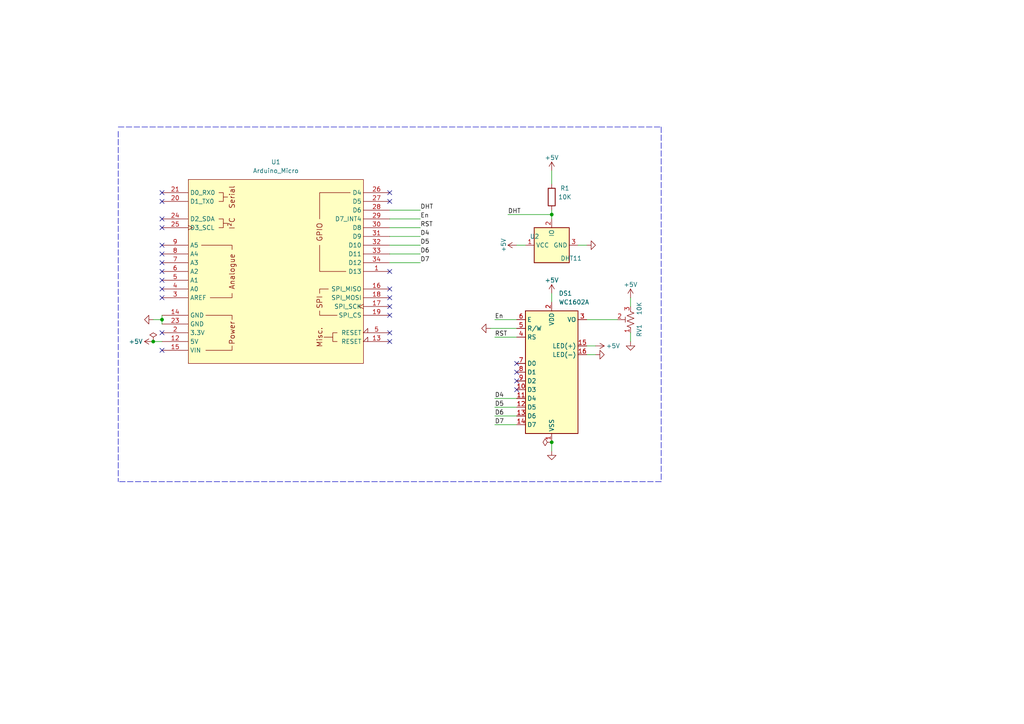
<source format=kicad_sch>
(kicad_sch (version 20211123) (generator eeschema)

  (uuid 01d83ff7-dee6-45f3-9c9d-e4f90f28d3e6)

  (paper "A4")

  (lib_symbols
    (symbol "Device:R" (pin_numbers hide) (pin_names (offset 0)) (in_bom yes) (on_board yes)
      (property "Reference" "R" (id 0) (at 2.032 0 90)
        (effects (font (size 1.27 1.27)))
      )
      (property "Value" "R" (id 1) (at 0 0 90)
        (effects (font (size 1.27 1.27)))
      )
      (property "Footprint" "" (id 2) (at -1.778 0 90)
        (effects (font (size 1.27 1.27)) hide)
      )
      (property "Datasheet" "~" (id 3) (at 0 0 0)
        (effects (font (size 1.27 1.27)) hide)
      )
      (property "ki_keywords" "R res resistor" (id 4) (at 0 0 0)
        (effects (font (size 1.27 1.27)) hide)
      )
      (property "ki_description" "Resistor" (id 5) (at 0 0 0)
        (effects (font (size 1.27 1.27)) hide)
      )
      (property "ki_fp_filters" "R_*" (id 6) (at 0 0 0)
        (effects (font (size 1.27 1.27)) hide)
      )
      (symbol "R_0_1"
        (rectangle (start -1.016 -2.54) (end 1.016 2.54)
          (stroke (width 0.254) (type default) (color 0 0 0 0))
          (fill (type none))
        )
      )
      (symbol "R_1_1"
        (pin passive line (at 0 3.81 270) (length 1.27)
          (name "~" (effects (font (size 1.27 1.27))))
          (number "1" (effects (font (size 1.27 1.27))))
        )
        (pin passive line (at 0 -3.81 90) (length 1.27)
          (name "~" (effects (font (size 1.27 1.27))))
          (number "2" (effects (font (size 1.27 1.27))))
        )
      )
    )
    (symbol "Device:R_Potentiometer_Trim_US" (pin_names (offset 1.016) hide) (in_bom yes) (on_board yes)
      (property "Reference" "RV" (id 0) (at -4.445 0 90)
        (effects (font (size 1.27 1.27)))
      )
      (property "Value" "R_Potentiometer_Trim_US" (id 1) (at -2.54 0 90)
        (effects (font (size 1.27 1.27)))
      )
      (property "Footprint" "" (id 2) (at 0 0 0)
        (effects (font (size 1.27 1.27)) hide)
      )
      (property "Datasheet" "~" (id 3) (at 0 0 0)
        (effects (font (size 1.27 1.27)) hide)
      )
      (property "ki_keywords" "resistor variable trimpot trimmer" (id 4) (at 0 0 0)
        (effects (font (size 1.27 1.27)) hide)
      )
      (property "ki_description" "Trim-potentiometer, US symbol" (id 5) (at 0 0 0)
        (effects (font (size 1.27 1.27)) hide)
      )
      (property "ki_fp_filters" "Potentiometer*" (id 6) (at 0 0 0)
        (effects (font (size 1.27 1.27)) hide)
      )
      (symbol "R_Potentiometer_Trim_US_0_1"
        (polyline
          (pts
            (xy 0 -2.286)
            (xy 0 -2.54)
          )
          (stroke (width 0) (type default) (color 0 0 0 0))
          (fill (type none))
        )
        (polyline
          (pts
            (xy 0 2.286)
            (xy 0 2.54)
          )
          (stroke (width 0) (type default) (color 0 0 0 0))
          (fill (type none))
        )
        (polyline
          (pts
            (xy 1.524 0.762)
            (xy 1.524 -0.762)
          )
          (stroke (width 0) (type default) (color 0 0 0 0))
          (fill (type none))
        )
        (polyline
          (pts
            (xy 2.54 0)
            (xy 1.524 0)
          )
          (stroke (width 0) (type default) (color 0 0 0 0))
          (fill (type none))
        )
        (polyline
          (pts
            (xy 0 -0.762)
            (xy 1.016 -1.143)
            (xy 0 -1.524)
            (xy -1.016 -1.905)
            (xy 0 -2.286)
          )
          (stroke (width 0) (type default) (color 0 0 0 0))
          (fill (type none))
        )
        (polyline
          (pts
            (xy 0 0.762)
            (xy 1.016 0.381)
            (xy 0 0)
            (xy -1.016 -0.381)
            (xy 0 -0.762)
          )
          (stroke (width 0) (type default) (color 0 0 0 0))
          (fill (type none))
        )
        (polyline
          (pts
            (xy 0 2.286)
            (xy 1.016 1.905)
            (xy 0 1.524)
            (xy -1.016 1.143)
            (xy 0 0.762)
          )
          (stroke (width 0) (type default) (color 0 0 0 0))
          (fill (type none))
        )
      )
      (symbol "R_Potentiometer_Trim_US_1_1"
        (pin passive line (at 0 3.81 270) (length 1.27)
          (name "1" (effects (font (size 1.27 1.27))))
          (number "1" (effects (font (size 1.27 1.27))))
        )
        (pin passive line (at 3.81 0 180) (length 1.27)
          (name "2" (effects (font (size 1.27 1.27))))
          (number "2" (effects (font (size 1.27 1.27))))
        )
        (pin passive line (at 0 -3.81 90) (length 1.27)
          (name "3" (effects (font (size 1.27 1.27))))
          (number "3" (effects (font (size 1.27 1.27))))
        )
      )
    )
    (symbol "Display_Character:WC1602A" (in_bom yes) (on_board yes)
      (property "Reference" "DS" (id 0) (at -5.842 19.05 0)
        (effects (font (size 1.27 1.27)))
      )
      (property "Value" "WC1602A" (id 1) (at 5.334 19.05 0)
        (effects (font (size 1.27 1.27)))
      )
      (property "Footprint" "Display:WC1602A" (id 2) (at 0 -22.86 0)
        (effects (font (size 1.27 1.27) italic) hide)
      )
      (property "Datasheet" "http://www.wincomlcd.com/pdf/WC1602A-SFYLYHTC06.pdf" (id 3) (at 17.78 0 0)
        (effects (font (size 1.27 1.27)) hide)
      )
      (property "ki_keywords" "display LCD dot-matrix" (id 4) (at 0 0 0)
        (effects (font (size 1.27 1.27)) hide)
      )
      (property "ki_description" "LCD 16x2 Alphanumeric , 8 bit parallel bus, 5V VDD" (id 5) (at 0 0 0)
        (effects (font (size 1.27 1.27)) hide)
      )
      (property "ki_fp_filters" "*WC*1602A*" (id 6) (at 0 0 0)
        (effects (font (size 1.27 1.27)) hide)
      )
      (symbol "WC1602A_1_1"
        (rectangle (start -7.62 17.78) (end 7.62 -17.78)
          (stroke (width 0.254) (type default) (color 0 0 0 0))
          (fill (type background))
        )
        (pin power_in line (at 0 -20.32 90) (length 2.54)
          (name "VSS" (effects (font (size 1.27 1.27))))
          (number "1" (effects (font (size 1.27 1.27))))
        )
        (pin input line (at -10.16 -5.08 0) (length 2.54)
          (name "D3" (effects (font (size 1.27 1.27))))
          (number "10" (effects (font (size 1.27 1.27))))
        )
        (pin input line (at -10.16 -7.62 0) (length 2.54)
          (name "D4" (effects (font (size 1.27 1.27))))
          (number "11" (effects (font (size 1.27 1.27))))
        )
        (pin input line (at -10.16 -10.16 0) (length 2.54)
          (name "D5" (effects (font (size 1.27 1.27))))
          (number "12" (effects (font (size 1.27 1.27))))
        )
        (pin input line (at -10.16 -12.7 0) (length 2.54)
          (name "D6" (effects (font (size 1.27 1.27))))
          (number "13" (effects (font (size 1.27 1.27))))
        )
        (pin input line (at -10.16 -15.24 0) (length 2.54)
          (name "D7" (effects (font (size 1.27 1.27))))
          (number "14" (effects (font (size 1.27 1.27))))
        )
        (pin power_in line (at 10.16 7.62 180) (length 2.54)
          (name "LED(+)" (effects (font (size 1.27 1.27))))
          (number "15" (effects (font (size 1.27 1.27))))
        )
        (pin power_in line (at 10.16 5.08 180) (length 2.54)
          (name "LED(-)" (effects (font (size 1.27 1.27))))
          (number "16" (effects (font (size 1.27 1.27))))
        )
        (pin power_in line (at 0 20.32 270) (length 2.54)
          (name "VDD" (effects (font (size 1.27 1.27))))
          (number "2" (effects (font (size 1.27 1.27))))
        )
        (pin input line (at 10.16 15.24 180) (length 2.54)
          (name "VO" (effects (font (size 1.27 1.27))))
          (number "3" (effects (font (size 1.27 1.27))))
        )
        (pin input line (at -10.16 10.16 0) (length 2.54)
          (name "RS" (effects (font (size 1.27 1.27))))
          (number "4" (effects (font (size 1.27 1.27))))
        )
        (pin input line (at -10.16 12.7 0) (length 2.54)
          (name "R/W" (effects (font (size 1.27 1.27))))
          (number "5" (effects (font (size 1.27 1.27))))
        )
        (pin input line (at -10.16 15.24 0) (length 2.54)
          (name "E" (effects (font (size 1.27 1.27))))
          (number "6" (effects (font (size 1.27 1.27))))
        )
        (pin input line (at -10.16 2.54 0) (length 2.54)
          (name "D0" (effects (font (size 1.27 1.27))))
          (number "7" (effects (font (size 1.27 1.27))))
        )
        (pin input line (at -10.16 0 0) (length 2.54)
          (name "D1" (effects (font (size 1.27 1.27))))
          (number "8" (effects (font (size 1.27 1.27))))
        )
        (pin input line (at -10.16 -2.54 0) (length 2.54)
          (name "D2" (effects (font (size 1.27 1.27))))
          (number "9" (effects (font (size 1.27 1.27))))
        )
      )
    )
    (symbol "MyLib:Arduino_Micro" (in_bom yes) (on_board yes)
      (property "Reference" "U" (id 0) (at 0 0 0)
        (effects (font (size 1.27 1.27)))
      )
      (property "Value" "Arduino_Micro" (id 1) (at 31.75 54.61 0)
        (effects (font (size 1.27 1.27)))
      )
      (property "Footprint" "" (id 2) (at 0 0 0)
        (effects (font (size 1.27 1.27)) hide)
      )
      (property "Datasheet" "" (id 3) (at 0 0 0)
        (effects (font (size 1.27 1.27)) hide)
      )
      (symbol "Arduino_Micro_0_0"
        (polyline
          (pts
            (xy 16.51 38.1)
            (xy 17.78 38.1)
          )
          (stroke (width 0) (type default) (color 0 0 0 0))
          (fill (type none))
        )
        (polyline
          (pts
            (xy 16.51 45.72)
            (xy 17.78 45.72)
          )
          (stroke (width 0) (type default) (color 0 0 0 0))
          (fill (type none))
        )
        (polyline
          (pts
            (xy 48.26 5.08)
            (xy 45.72 5.08)
          )
          (stroke (width 0) (type default) (color 0 0 0 0))
          (fill (type none))
        )
        (polyline
          (pts
            (xy 11.43 1.27)
            (xy 19.05 1.27)
            (xy 19.05 2.54)
          )
          (stroke (width 0) (type default) (color 0 0 0 0))
          (fill (type none))
        )
        (polyline
          (pts
            (xy 19.05 10.16)
            (xy 19.05 11.43)
            (xy 11.43 11.43)
          )
          (stroke (width 0) (type default) (color 0 0 0 0))
          (fill (type none))
        )
        (polyline
          (pts
            (xy 19.05 17.78)
            (xy 19.05 16.51)
            (xy 12.7 16.51)
          )
          (stroke (width 0) (type default) (color 0 0 0 0))
          (fill (type none))
        )
        (polyline
          (pts
            (xy 19.05 30.48)
            (xy 19.05 31.75)
            (xy 10.16 31.75)
          )
          (stroke (width 0) (type default) (color 0 0 0 0))
          (fill (type none))
        )
        (polyline
          (pts
            (xy 44.45 12.7)
            (xy 44.45 11.43)
            (xy 49.53 11.43)
          )
          (stroke (width 0) (type default) (color 0 0 0 0))
          (fill (type none))
        )
        (polyline
          (pts
            (xy 44.45 31.75)
            (xy 44.45 24.13)
            (xy 52.07 24.13)
          )
          (stroke (width 0) (type default) (color 0 0 0 0))
          (fill (type none))
        )
        (polyline
          (pts
            (xy 46.99 19.05)
            (xy 44.45 19.05)
            (xy 44.45 17.78)
          )
          (stroke (width 0) (type default) (color 0 0 0 0))
          (fill (type none))
        )
        (polyline
          (pts
            (xy 53.34 46.99)
            (xy 44.45 46.99)
            (xy 44.45 39.37)
          )
          (stroke (width 0) (type default) (color 0 0 0 0))
          (fill (type none))
        )
        (polyline
          (pts
            (xy 15.24 39.37)
            (xy 16.51 39.37)
            (xy 16.51 36.83)
            (xy 15.24 36.83)
          )
          (stroke (width 0) (type default) (color 0 0 0 0))
          (fill (type none))
        )
        (polyline
          (pts
            (xy 15.24 46.99)
            (xy 16.51 46.99)
            (xy 16.51 44.45)
            (xy 15.24 44.45)
          )
          (stroke (width 0) (type default) (color 0 0 0 0))
          (fill (type none))
        )
        (rectangle (start 6.35 50.8) (end 57.15 -2.54)
          (stroke (width 0) (type default) (color 0 0 0 0))
          (fill (type background))
        )
        (text "Analogue" (at 19.05 24.13 900)
          (effects (font (size 1.524 1.524)))
        )
        (text "I²C" (at 19.05 38.1 900)
          (effects (font (size 1.524 1.524)))
        )
        (text "Misc." (at 44.45 5.08 900)
          (effects (font (size 1.524 1.524)))
        )
        (text "Power" (at 19.05 6.35 900)
          (effects (font (size 1.524 1.524)))
        )
        (text "Serial" (at 19.05 45.72 900)
          (effects (font (size 1.524 1.524)))
        )
        (text "SPI" (at 44.45 15.24 900)
          (effects (font (size 1.524 1.524)))
        )
      )
      (symbol "Arduino_Micro_0_1"
        (polyline
          (pts
            (xy 49.53 6.35)
            (xy 48.26 6.35)
            (xy 48.26 3.81)
            (xy 49.53 3.81)
          )
          (stroke (width 0) (type default) (color 0 0 0 0))
          (fill (type none))
        )
      )
      (symbol "Arduino_Micro_1_0"
        (text "GPIO" (at 44.45 35.56 900)
          (effects (font (size 1.524 1.524)))
        )
      )
      (symbol "Arduino_Micro_1_1"
        (pin bidirectional line (at 64.77 24.13 180) (length 7.62)
          (name "D13" (effects (font (size 1.27 1.27))))
          (number "1" (effects (font (size 1.27 1.27))))
        )
        (pin power_in line (at -1.27 3.81 0) (length 7.62)
          (name "5V" (effects (font (size 1.27 1.27))))
          (number "12" (effects (font (size 1.27 1.27))))
        )
        (pin open_collector input_low (at 64.77 3.81 180) (length 7.62)
          (name "RESET" (effects (font (size 1.27 1.27))))
          (number "13" (effects (font (size 1.27 1.27))))
        )
        (pin power_in line (at -1.27 11.43 0) (length 7.62)
          (name "GND" (effects (font (size 1.27 1.27))))
          (number "14" (effects (font (size 1.27 1.27))))
        )
        (pin power_in line (at -1.27 1.27 0) (length 7.62)
          (name "VIN" (effects (font (size 1.27 1.27))))
          (number "15" (effects (font (size 1.27 1.27))))
        )
        (pin input line (at 64.77 19.05 180) (length 7.62)
          (name "SPI_MISO" (effects (font (size 1.27 1.27))))
          (number "16" (effects (font (size 1.27 1.27))))
        )
        (pin output clock (at 64.77 13.97 180) (length 7.62)
          (name "SPI_SCK" (effects (font (size 1.27 1.27))))
          (number "17" (effects (font (size 1.27 1.27))))
        )
        (pin output line (at 64.77 16.51 180) (length 7.62)
          (name "SPI_MOSI" (effects (font (size 1.27 1.27))))
          (number "18" (effects (font (size 1.27 1.27))))
        )
        (pin bidirectional line (at 64.77 11.43 180) (length 7.62)
          (name "SPI_CS" (effects (font (size 1.27 1.27))))
          (number "19" (effects (font (size 1.27 1.27))))
        )
        (pin power_in line (at -1.27 6.35 0) (length 7.62)
          (name "3.3V" (effects (font (size 1.27 1.27))))
          (number "2" (effects (font (size 1.27 1.27))))
        )
        (pin bidirectional line (at -1.27 44.45 0) (length 7.62)
          (name "D1_TX0" (effects (font (size 1.27 1.27))))
          (number "20" (effects (font (size 1.27 1.27))))
        )
        (pin bidirectional line (at -1.27 46.99 0) (length 7.62)
          (name "D0_RX0" (effects (font (size 1.27 1.27))))
          (number "21" (effects (font (size 1.27 1.27))))
        )
        (pin power_in line (at -1.27 8.89 0) (length 7.62)
          (name "GND" (effects (font (size 1.27 1.27))))
          (number "23" (effects (font (size 1.27 1.27))))
        )
        (pin bidirectional line (at -1.27 39.37 0) (length 7.62)
          (name "D2_SDA" (effects (font (size 1.27 1.27))))
          (number "24" (effects (font (size 1.27 1.27))))
        )
        (pin bidirectional clock (at -1.27 36.83 0) (length 7.62)
          (name "D3_SCL" (effects (font (size 1.27 1.27))))
          (number "25" (effects (font (size 1.27 1.27))))
        )
        (pin bidirectional line (at 64.77 46.99 180) (length 7.62)
          (name "D4" (effects (font (size 1.27 1.27))))
          (number "26" (effects (font (size 1.27 1.27))))
        )
        (pin bidirectional line (at 64.77 44.45 180) (length 7.62)
          (name "D5" (effects (font (size 1.27 1.27))))
          (number "27" (effects (font (size 1.27 1.27))))
        )
        (pin bidirectional line (at 64.77 41.91 180) (length 7.62)
          (name "D6" (effects (font (size 1.27 1.27))))
          (number "28" (effects (font (size 1.27 1.27))))
        )
        (pin bidirectional line (at 64.77 39.37 180) (length 7.62)
          (name "D7_INT4" (effects (font (size 1.27 1.27))))
          (number "29" (effects (font (size 1.27 1.27))))
        )
        (pin input line (at -1.27 16.51 0) (length 7.62)
          (name "AREF" (effects (font (size 1.27 1.27))))
          (number "3" (effects (font (size 1.27 1.27))))
        )
        (pin bidirectional line (at 64.77 36.83 180) (length 7.62)
          (name "D8" (effects (font (size 1.27 1.27))))
          (number "30" (effects (font (size 1.27 1.27))))
        )
        (pin bidirectional line (at 64.77 34.29 180) (length 7.62)
          (name "D9" (effects (font (size 1.27 1.27))))
          (number "31" (effects (font (size 1.27 1.27))))
        )
        (pin bidirectional line (at 64.77 31.75 180) (length 7.62)
          (name "D10" (effects (font (size 1.27 1.27))))
          (number "32" (effects (font (size 1.27 1.27))))
        )
        (pin bidirectional line (at 64.77 29.21 180) (length 7.62)
          (name "D11" (effects (font (size 1.27 1.27))))
          (number "33" (effects (font (size 1.27 1.27))))
        )
        (pin bidirectional line (at 64.77 26.67 180) (length 7.62)
          (name "D12" (effects (font (size 1.27 1.27))))
          (number "34" (effects (font (size 1.27 1.27))))
        )
        (pin bidirectional line (at -1.27 19.05 0) (length 7.62)
          (name "A0" (effects (font (size 1.27 1.27))))
          (number "4" (effects (font (size 1.27 1.27))))
        )
        (pin bidirectional line (at -1.27 21.59 0) (length 7.62)
          (name "A1" (effects (font (size 1.27 1.27))))
          (number "5" (effects (font (size 1.27 1.27))))
        )
        (pin open_collector input_low (at 64.77 6.35 180) (length 7.62)
          (name "RESET" (effects (font (size 1.27 1.27))))
          (number "5" (effects (font (size 1.27 1.27))))
        )
        (pin bidirectional line (at -1.27 24.13 0) (length 7.62)
          (name "A2" (effects (font (size 1.27 1.27))))
          (number "6" (effects (font (size 1.27 1.27))))
        )
        (pin bidirectional line (at -1.27 26.67 0) (length 7.62)
          (name "A3" (effects (font (size 1.27 1.27))))
          (number "7" (effects (font (size 1.27 1.27))))
        )
        (pin bidirectional line (at -1.27 29.21 0) (length 7.62)
          (name "A4" (effects (font (size 1.27 1.27))))
          (number "8" (effects (font (size 1.27 1.27))))
        )
        (pin bidirectional line (at -1.27 31.75 0) (length 7.62)
          (name "A5" (effects (font (size 1.27 1.27))))
          (number "9" (effects (font (size 1.27 1.27))))
        )
      )
    )
    (symbol "Sensor:DHT11" (in_bom yes) (on_board yes)
      (property "Reference" "U2" (id 0) (at 2.54 6.35 90)
        (effects (font (size 1.27 1.27)) (justify right))
      )
      (property "Value" "DHT11" (id 1) (at -3.81 -2.54 90)
        (effects (font (size 1.27 1.27)) (justify right))
      )
      (property "Footprint" "Connector_PinHeader_2.54mm:PinHeader_1x03_P2.54mm_Vertical" (id 2) (at 10.16 0 0)
        (effects (font (size 1.27 1.27)) hide)
      )
      (property "Datasheet" "http://akizukidenshi.com/download/ds/aosong/DHT11.pdf" (id 3) (at -6.35 3.81 0)
        (effects (font (size 1.27 1.27)) hide)
      )
      (property "ki_keywords" "Digital temperature humidity sensor" (id 4) (at 0 0 0)
        (effects (font (size 1.27 1.27)) hide)
      )
      (property "ki_description" "Temperature and humidity module" (id 5) (at 0 0 0)
        (effects (font (size 1.27 1.27)) hide)
      )
      (property "ki_fp_filters" "Aosong*DHT11*5.5x12.0*P2.54mm*" (id 6) (at 0 0 0)
        (effects (font (size 1.27 1.27)) hide)
      )
      (symbol "DHT11_0_1"
        (rectangle (start -5.08 5.08) (end 5.08 -5.08)
          (stroke (width 0.254) (type default) (color 0 0 0 0))
          (fill (type background))
        )
      )
      (symbol "DHT11_1_1"
        (pin power_in line (at 0 7.62 270) (length 2.54)
          (name "VCC" (effects (font (size 1.27 1.27))))
          (number "1" (effects (font (size 1.27 1.27))))
        )
        (pin bidirectional line (at 7.62 0 180) (length 2.54)
          (name "IO" (effects (font (size 1.27 1.27))))
          (number "2" (effects (font (size 1.27 1.27))))
        )
        (pin power_in line (at 0 -7.62 90) (length 2.54)
          (name "GND" (effects (font (size 1.27 1.27))))
          (number "3" (effects (font (size 1.27 1.27))))
        )
        (pin no_connect line (at -5.08 0 0) (length 2.54) hide
          (name "NC" (effects (font (size 1.27 1.27))))
          (number "3" (effects (font (size 1.27 1.27))))
        )
      )
    )
    (symbol "power:+5V" (power) (pin_names (offset 0)) (in_bom yes) (on_board yes)
      (property "Reference" "#PWR" (id 0) (at 0 -3.81 0)
        (effects (font (size 1.27 1.27)) hide)
      )
      (property "Value" "+5V" (id 1) (at 0 3.556 0)
        (effects (font (size 1.27 1.27)))
      )
      (property "Footprint" "" (id 2) (at 0 0 0)
        (effects (font (size 1.27 1.27)) hide)
      )
      (property "Datasheet" "" (id 3) (at 0 0 0)
        (effects (font (size 1.27 1.27)) hide)
      )
      (property "ki_keywords" "power-flag" (id 4) (at 0 0 0)
        (effects (font (size 1.27 1.27)) hide)
      )
      (property "ki_description" "Power symbol creates a global label with name \"+5V\"" (id 5) (at 0 0 0)
        (effects (font (size 1.27 1.27)) hide)
      )
      (symbol "+5V_0_1"
        (polyline
          (pts
            (xy -0.762 1.27)
            (xy 0 2.54)
          )
          (stroke (width 0) (type default) (color 0 0 0 0))
          (fill (type none))
        )
        (polyline
          (pts
            (xy 0 0)
            (xy 0 2.54)
          )
          (stroke (width 0) (type default) (color 0 0 0 0))
          (fill (type none))
        )
        (polyline
          (pts
            (xy 0 2.54)
            (xy 0.762 1.27)
          )
          (stroke (width 0) (type default) (color 0 0 0 0))
          (fill (type none))
        )
      )
      (symbol "+5V_1_1"
        (pin power_in line (at 0 0 90) (length 0) hide
          (name "+5V" (effects (font (size 1.27 1.27))))
          (number "1" (effects (font (size 1.27 1.27))))
        )
      )
    )
    (symbol "power:GND" (power) (pin_names (offset 0)) (in_bom yes) (on_board yes)
      (property "Reference" "#PWR" (id 0) (at 0 -6.35 0)
        (effects (font (size 1.27 1.27)) hide)
      )
      (property "Value" "GND" (id 1) (at 0 -3.81 0)
        (effects (font (size 1.27 1.27)))
      )
      (property "Footprint" "" (id 2) (at 0 0 0)
        (effects (font (size 1.27 1.27)) hide)
      )
      (property "Datasheet" "" (id 3) (at 0 0 0)
        (effects (font (size 1.27 1.27)) hide)
      )
      (property "ki_keywords" "power-flag" (id 4) (at 0 0 0)
        (effects (font (size 1.27 1.27)) hide)
      )
      (property "ki_description" "Power symbol creates a global label with name \"GND\" , ground" (id 5) (at 0 0 0)
        (effects (font (size 1.27 1.27)) hide)
      )
      (symbol "GND_0_1"
        (polyline
          (pts
            (xy 0 0)
            (xy 0 -1.27)
            (xy 1.27 -1.27)
            (xy 0 -2.54)
            (xy -1.27 -1.27)
            (xy 0 -1.27)
          )
          (stroke (width 0) (type default) (color 0 0 0 0))
          (fill (type none))
        )
      )
      (symbol "GND_1_1"
        (pin power_in line (at 0 0 270) (length 0) hide
          (name "GND" (effects (font (size 1.27 1.27))))
          (number "1" (effects (font (size 1.27 1.27))))
        )
      )
    )
    (symbol "power:PWR_FLAG" (power) (pin_numbers hide) (pin_names (offset 0) hide) (in_bom yes) (on_board yes)
      (property "Reference" "#FLG" (id 0) (at 0 1.905 0)
        (effects (font (size 1.27 1.27)) hide)
      )
      (property "Value" "PWR_FLAG" (id 1) (at 0 3.81 0)
        (effects (font (size 1.27 1.27)))
      )
      (property "Footprint" "" (id 2) (at 0 0 0)
        (effects (font (size 1.27 1.27)) hide)
      )
      (property "Datasheet" "~" (id 3) (at 0 0 0)
        (effects (font (size 1.27 1.27)) hide)
      )
      (property "ki_keywords" "power-flag" (id 4) (at 0 0 0)
        (effects (font (size 1.27 1.27)) hide)
      )
      (property "ki_description" "Special symbol for telling ERC where power comes from" (id 5) (at 0 0 0)
        (effects (font (size 1.27 1.27)) hide)
      )
      (symbol "PWR_FLAG_0_0"
        (pin power_out line (at 0 0 90) (length 0)
          (name "pwr" (effects (font (size 1.27 1.27))))
          (number "1" (effects (font (size 1.27 1.27))))
        )
      )
      (symbol "PWR_FLAG_0_1"
        (polyline
          (pts
            (xy 0 0)
            (xy 0 1.27)
            (xy -1.016 1.905)
            (xy 0 2.54)
            (xy 1.016 1.905)
            (xy 0 1.27)
          )
          (stroke (width 0) (type default) (color 0 0 0 0))
          (fill (type none))
        )
      )
    )
  )

  (junction (at 44.45 99.06) (diameter 0) (color 0 0 0 0)
    (uuid 799dcae6-8ddc-4747-a794-380ffa283fd7)
  )
  (junction (at 46.99 92.71) (diameter 0) (color 0 0 0 0)
    (uuid 8ccd6042-371d-4c76-9396-e290b6639542)
  )
  (junction (at 160.02 128.27) (diameter 0) (color 0 0 0 0)
    (uuid b32c48a9-ec0e-46d3-926b-90ff24226d7b)
  )
  (junction (at 160.02 62.23) (diameter 0) (color 0 0 0 0)
    (uuid d7cbb3ff-c85d-445c-8d01-abaf4d6c33f0)
  )

  (no_connect (at 149.86 105.41) (uuid 13c0ef7b-f77b-4a22-aa4d-846adf094dec))
  (no_connect (at 149.86 107.95) (uuid 13c0ef7b-f77b-4a22-aa4d-846adf094dec))
  (no_connect (at 149.86 110.49) (uuid 13c0ef7b-f77b-4a22-aa4d-846adf094dec))
  (no_connect (at 149.86 113.03) (uuid 13c0ef7b-f77b-4a22-aa4d-846adf094dec))
  (no_connect (at 46.99 73.66) (uuid 13c0ef7b-f77b-4a22-aa4d-846adf094dec))
  (no_connect (at 46.99 71.12) (uuid 13c0ef7b-f77b-4a22-aa4d-846adf094dec))
  (no_connect (at 46.99 63.5) (uuid 13c0ef7b-f77b-4a22-aa4d-846adf094dec))
  (no_connect (at 46.99 55.88) (uuid 13c0ef7b-f77b-4a22-aa4d-846adf094dec))
  (no_connect (at 46.99 78.74) (uuid 13c0ef7b-f77b-4a22-aa4d-846adf094dec))
  (no_connect (at 46.99 81.28) (uuid 13c0ef7b-f77b-4a22-aa4d-846adf094dec))
  (no_connect (at 46.99 86.36) (uuid 13c0ef7b-f77b-4a22-aa4d-846adf094dec))
  (no_connect (at 46.99 83.82) (uuid 13c0ef7b-f77b-4a22-aa4d-846adf094dec))
  (no_connect (at 113.03 86.36) (uuid 13c0ef7b-f77b-4a22-aa4d-846adf094dec))
  (no_connect (at 113.03 88.9) (uuid 13c0ef7b-f77b-4a22-aa4d-846adf094dec))
  (no_connect (at 113.03 99.06) (uuid 13c0ef7b-f77b-4a22-aa4d-846adf094dec))
  (no_connect (at 113.03 96.52) (uuid 13c0ef7b-f77b-4a22-aa4d-846adf094dec))
  (no_connect (at 113.03 91.44) (uuid 13c0ef7b-f77b-4a22-aa4d-846adf094dec))
  (no_connect (at 46.99 58.42) (uuid 13c0ef7b-f77b-4a22-aa4d-846adf094dec))
  (no_connect (at 46.99 96.52) (uuid 13c0ef7b-f77b-4a22-aa4d-846adf094dec))
  (no_connect (at 113.03 78.74) (uuid 13c0ef7b-f77b-4a22-aa4d-846adf094dec))
  (no_connect (at 113.03 83.82) (uuid 13c0ef7b-f77b-4a22-aa4d-846adf094dec))
  (no_connect (at 113.03 58.42) (uuid 13c0ef7b-f77b-4a22-aa4d-846adf094dec))
  (no_connect (at 113.03 55.88) (uuid 13c0ef7b-f77b-4a22-aa4d-846adf094dec))
  (no_connect (at 46.99 66.04) (uuid 13c0ef7b-f77b-4a22-aa4d-846adf094dec))
  (no_connect (at 46.99 76.2) (uuid 13c0ef7b-f77b-4a22-aa4d-846adf094dec))
  (no_connect (at 46.99 101.6) (uuid 2e909e34-a938-4863-bd3f-7905b84a5cb0))

  (wire (pts (xy 143.51 123.19) (xy 149.86 123.19))
    (stroke (width 0) (type default) (color 0 0 0 0))
    (uuid 01326ad1-343c-406d-a518-1993f07c45f9)
  )
  (wire (pts (xy 143.51 97.79) (xy 149.86 97.79))
    (stroke (width 0) (type default) (color 0 0 0 0))
    (uuid 12e19140-f894-4473-abb1-cafc86af7f68)
  )
  (wire (pts (xy 113.03 76.2) (xy 121.92 76.2))
    (stroke (width 0) (type default) (color 0 0 0 0))
    (uuid 18207d88-198b-4e39-8f48-17c0a79ef493)
  )
  (wire (pts (xy 167.64 71.12) (xy 170.18 71.12))
    (stroke (width 0) (type default) (color 0 0 0 0))
    (uuid 1a67258a-5fcd-4f15-99dd-e02e40a3af6a)
  )
  (wire (pts (xy 143.51 115.57) (xy 149.86 115.57))
    (stroke (width 0) (type default) (color 0 0 0 0))
    (uuid 1f4e82a7-d1e6-4d6e-8a34-f43fd7b8a54e)
  )
  (wire (pts (xy 143.51 120.65) (xy 149.86 120.65))
    (stroke (width 0) (type default) (color 0 0 0 0))
    (uuid 2e4ee61c-c101-435b-9095-d4d1c892e499)
  )
  (wire (pts (xy 182.88 96.52) (xy 182.88 99.06))
    (stroke (width 0) (type default) (color 0 0 0 0))
    (uuid 35d9a1d3-e1a9-4af7-8bea-d8ea06d54754)
  )
  (wire (pts (xy 46.99 91.44) (xy 46.99 92.71))
    (stroke (width 0) (type default) (color 0 0 0 0))
    (uuid 4cc60afd-b7ff-4a68-9cb3-be2061313272)
  )
  (wire (pts (xy 170.18 102.87) (xy 172.72 102.87))
    (stroke (width 0) (type default) (color 0 0 0 0))
    (uuid 4f503967-5760-44d0-98f7-f409a18103a9)
  )
  (polyline (pts (xy 34.29 36.83) (xy 191.77 36.83))
    (stroke (width 0) (type default) (color 0 0 0 0))
    (uuid 55256261-eae2-4c25-9e21-6ccb6f394bad)
  )

  (wire (pts (xy 143.51 118.11) (xy 149.86 118.11))
    (stroke (width 0) (type default) (color 0 0 0 0))
    (uuid 585e4f65-2399-4c88-92f1-3e6c28b62db1)
  )
  (polyline (pts (xy 191.77 139.7) (xy 34.29 139.7))
    (stroke (width 0) (type default) (color 0 0 0 0))
    (uuid 60e7b21b-5df0-4b60-bb5e-07fa3a819342)
  )

  (wire (pts (xy 182.88 86.36) (xy 182.88 88.9))
    (stroke (width 0) (type default) (color 0 0 0 0))
    (uuid 702b049e-3314-4c3a-a2bd-b9063584e722)
  )
  (wire (pts (xy 160.02 60.96) (xy 160.02 62.23))
    (stroke (width 0) (type default) (color 0 0 0 0))
    (uuid 72e364fe-0099-4b59-aff5-8b0456984860)
  )
  (wire (pts (xy 113.03 73.66) (xy 121.92 73.66))
    (stroke (width 0) (type default) (color 0 0 0 0))
    (uuid 73a18e97-0e7e-4cfe-bbea-eb0b179f26c6)
  )
  (wire (pts (xy 113.03 60.96) (xy 121.92 60.96))
    (stroke (width 0) (type default) (color 0 0 0 0))
    (uuid 90b6da44-a851-40f8-9eb0-b103a7fede97)
  )
  (wire (pts (xy 46.99 92.71) (xy 46.99 93.98))
    (stroke (width 0) (type default) (color 0 0 0 0))
    (uuid 94c52fcd-c63c-47f6-9f68-444bcb242860)
  )
  (wire (pts (xy 44.45 99.06) (xy 46.99 99.06))
    (stroke (width 0) (type default) (color 0 0 0 0))
    (uuid 963054c9-56b4-42c2-bc8d-4c22c0241dfd)
  )
  (wire (pts (xy 147.32 62.23) (xy 160.02 62.23))
    (stroke (width 0) (type default) (color 0 0 0 0))
    (uuid 9d43c344-974a-40f4-9863-7d2af8c29698)
  )
  (wire (pts (xy 160.02 49.53) (xy 160.02 53.34))
    (stroke (width 0) (type default) (color 0 0 0 0))
    (uuid a2b9af11-c3f2-4b6d-982d-b0ac76e857fe)
  )
  (wire (pts (xy 113.03 71.12) (xy 121.92 71.12))
    (stroke (width 0) (type default) (color 0 0 0 0))
    (uuid a3fb5a97-2bbd-4caa-89e1-11174e8298e9)
  )
  (wire (pts (xy 143.51 92.71) (xy 149.86 92.71))
    (stroke (width 0) (type default) (color 0 0 0 0))
    (uuid a94532df-5435-40c2-91aa-afcb16e19e83)
  )
  (polyline (pts (xy 191.77 36.83) (xy 191.77 139.7))
    (stroke (width 0) (type default) (color 0 0 0 0))
    (uuid a9acdf0a-3c9d-42e3-ba5d-69dbfa2b3ca0)
  )

  (wire (pts (xy 142.24 95.25) (xy 149.86 95.25))
    (stroke (width 0) (type default) (color 0 0 0 0))
    (uuid b6d44b24-b1c7-467c-a96d-18a7b3effeef)
  )
  (wire (pts (xy 113.03 63.5) (xy 121.92 63.5))
    (stroke (width 0) (type default) (color 0 0 0 0))
    (uuid c4d7fe7e-6d5c-4b76-b265-a2bc054d5ae4)
  )
  (wire (pts (xy 44.45 92.71) (xy 46.99 92.71))
    (stroke (width 0) (type default) (color 0 0 0 0))
    (uuid cfa00f42-58ee-4b31-a0ea-973dad5af3a3)
  )
  (wire (pts (xy 149.86 71.12) (xy 152.4 71.12))
    (stroke (width 0) (type default) (color 0 0 0 0))
    (uuid d79ad1df-fa62-4123-adde-beabd1be7442)
  )
  (wire (pts (xy 160.02 128.27) (xy 160.02 130.81))
    (stroke (width 0) (type default) (color 0 0 0 0))
    (uuid d85bc958-b62f-4496-805c-8d95114cc9c2)
  )
  (wire (pts (xy 113.03 66.04) (xy 121.92 66.04))
    (stroke (width 0) (type default) (color 0 0 0 0))
    (uuid e6601fc1-14f7-4dde-8513-5c75d5557a8d)
  )
  (wire (pts (xy 170.18 92.71) (xy 179.07 92.71))
    (stroke (width 0) (type default) (color 0 0 0 0))
    (uuid e985e00d-73b4-4562-b0ca-568dee1537af)
  )
  (wire (pts (xy 170.18 100.33) (xy 172.72 100.33))
    (stroke (width 0) (type default) (color 0 0 0 0))
    (uuid f4707a98-e3d2-41fe-8729-288460681928)
  )
  (polyline (pts (xy 34.29 38.1) (xy 34.29 139.7))
    (stroke (width 0) (type default) (color 0 0 0 0))
    (uuid f7f9dafc-1373-4fbb-aeb1-8fca16c4f4a7)
  )

  (wire (pts (xy 160.02 62.23) (xy 160.02 63.5))
    (stroke (width 0) (type default) (color 0 0 0 0))
    (uuid fb9fa9ce-39ac-44da-88f3-cd4cb4b7184f)
  )
  (wire (pts (xy 113.03 68.58) (xy 121.92 68.58))
    (stroke (width 0) (type default) (color 0 0 0 0))
    (uuid fc916244-51ec-49b2-afb6-63efd3e4dd5b)
  )
  (wire (pts (xy 160.02 85.09) (xy 160.02 87.63))
    (stroke (width 0) (type default) (color 0 0 0 0))
    (uuid fd165af4-db43-4268-a7c3-88d95ceac92d)
  )

  (label "D6" (at 121.92 73.66 0)
    (effects (font (size 1.27 1.27)) (justify left bottom))
    (uuid 009bbb7a-ef3c-4173-9aa1-e6b343abaf2e)
  )
  (label "D7" (at 121.92 76.2 0)
    (effects (font (size 1.27 1.27)) (justify left bottom))
    (uuid 065fdb6d-7e3c-43dd-b2d1-f76e5d412689)
  )
  (label "RST" (at 143.51 97.79 0)
    (effects (font (size 1.27 1.27)) (justify left bottom))
    (uuid 5cc60e45-e8cb-4ff9-aadf-4d44ee338be0)
  )
  (label "D5" (at 121.92 71.12 0)
    (effects (font (size 1.27 1.27)) (justify left bottom))
    (uuid 7b968b9b-69df-48e2-a872-fce611168888)
  )
  (label "D4" (at 143.51 115.57 0)
    (effects (font (size 1.27 1.27)) (justify left bottom))
    (uuid 83ad8964-e68f-45ea-831e-10bf62277147)
  )
  (label "En" (at 121.92 63.5 0)
    (effects (font (size 1.27 1.27)) (justify left bottom))
    (uuid 83fc3169-a221-4d5d-ad0f-b51f7c14a462)
  )
  (label "D4" (at 121.92 68.58 0)
    (effects (font (size 1.27 1.27)) (justify left bottom))
    (uuid a7373e27-8ec5-4a3c-90d0-4cab51d0603a)
  )
  (label "D5" (at 143.51 118.11 0)
    (effects (font (size 1.27 1.27)) (justify left bottom))
    (uuid a9430c79-8410-4b24-8a37-ffd116f1c8ca)
  )
  (label "D6" (at 143.51 120.65 0)
    (effects (font (size 1.27 1.27)) (justify left bottom))
    (uuid b09914fb-6606-4859-a291-bc15ae1a2b53)
  )
  (label "En" (at 143.51 92.71 0)
    (effects (font (size 1.27 1.27)) (justify left bottom))
    (uuid bc9c3c3f-01c1-4ba1-86fa-a346f5dd8c26)
  )
  (label "DHT" (at 121.92 60.96 0)
    (effects (font (size 1.27 1.27)) (justify left bottom))
    (uuid c10321d9-5915-4e4b-9ee8-dd01b7bd1afc)
  )
  (label "DHT" (at 147.32 62.23 0)
    (effects (font (size 1.27 1.27)) (justify left bottom))
    (uuid c20ced78-8394-41d4-8e4c-2deaaa82bdd6)
  )
  (label "D7" (at 143.51 123.19 0)
    (effects (font (size 1.27 1.27)) (justify left bottom))
    (uuid db18216a-c768-42b6-bec2-e3c21c6935a5)
  )
  (label "RST" (at 121.92 66.04 0)
    (effects (font (size 1.27 1.27)) (justify left bottom))
    (uuid fe1a1c5c-deca-4822-8d55-9ae830c08e44)
  )

  (symbol (lib_id "MyLib:Arduino_Micro") (at 48.26 102.87 0) (unit 1)
    (in_bom yes) (on_board yes) (fields_autoplaced)
    (uuid 158b3a18-d44a-4c98-bc59-d10a82015839)
    (property "Reference" "U1" (id 0) (at 80.01 46.99 0))
    (property "Value" "Arduino_Micro" (id 1) (at 80.01 49.53 0))
    (property "Footprint" "MyFootprints:ARDUINO_Micro" (id 2) (at 48.26 102.87 0)
      (effects (font (size 1.27 1.27)) hide)
    )
    (property "Datasheet" "" (id 3) (at 48.26 102.87 0)
      (effects (font (size 1.27 1.27)) hide)
    )
    (pin "1" (uuid ec88e8ae-9042-43be-a908-1097eaaa3fa6))
    (pin "12" (uuid 9ee11336-b953-49e6-8469-c27c1670df6f))
    (pin "13" (uuid 58c3a6d2-2fb4-4b69-8445-61d1f789d759))
    (pin "14" (uuid b28f0e3d-459f-49e7-b04c-8690e8028d08))
    (pin "15" (uuid 8ce3700e-2384-4c84-a54c-ff456c13847c))
    (pin "16" (uuid 70e24747-6304-4507-a6a4-339217517c7e))
    (pin "17" (uuid 2d52bd1e-5af4-4e08-a488-abdcd9da98a0))
    (pin "18" (uuid 10fd4941-d6ee-4ab0-8851-69daaf6e5539))
    (pin "19" (uuid 69d078da-e590-4bd3-b801-8eae70ac041e))
    (pin "2" (uuid a85fee42-51e9-48d2-889d-30b1d09da452))
    (pin "20" (uuid feb82514-9812-4916-86b4-918c8954c886))
    (pin "21" (uuid 90b82886-1ba3-4c4f-afa6-cfe358f0b807))
    (pin "23" (uuid e1a8e0f9-7a48-4f03-a4bd-104a01dfb852))
    (pin "24" (uuid 8dd85b1d-b507-4ad3-9285-803652e81824))
    (pin "25" (uuid 158b5331-1833-495d-9d78-75909d4c0cd4))
    (pin "26" (uuid a7f9697a-7647-4d2b-a7ac-052ae00e7a7b))
    (pin "27" (uuid c4233163-9922-4a4f-b893-2aa5ff61c730))
    (pin "28" (uuid a962ba20-5545-4c81-86b1-45e66d4546df))
    (pin "29" (uuid 2ea4d15d-aae2-44c6-86e7-67904667dc82))
    (pin "3" (uuid 4d22b9a1-f528-4801-bd46-f306430833e4))
    (pin "30" (uuid 18f1f2e0-7731-4ac0-982e-0a3ad9a6cb91))
    (pin "31" (uuid dcb503ff-7517-477f-bf3e-949897606ac7))
    (pin "32" (uuid 9f3efdd8-47c5-4e27-bbd3-c4383fb741a8))
    (pin "33" (uuid 3ee483a7-7d26-4ba6-8623-0a54e12ab6a5))
    (pin "34" (uuid af4153ef-635d-43d7-959b-a1e8cef23e63))
    (pin "4" (uuid 71185458-e403-43af-84d4-4adc899cb148))
    (pin "5" (uuid a676382c-3d59-41a9-b90f-75d615b80bfd))
    (pin "5" (uuid da692ecf-72f3-45d0-8f2b-4cfbcaa212a2))
    (pin "6" (uuid c473ab3e-a309-4c11-b576-44ea53b50495))
    (pin "7" (uuid cfaa1858-b9c7-404a-81cb-c12d4fbbb4d2))
    (pin "8" (uuid 6d05ff6d-9e25-4d4c-9ed1-9b3b8cbb3969))
    (pin "9" (uuid 4e36cf0d-86f8-4c9d-a1a3-b639a9f0dae0))
  )

  (symbol (lib_id "Device:R") (at 160.02 57.15 180) (unit 1)
    (in_bom yes) (on_board yes)
    (uuid 199e2b1a-baa5-483a-af95-3bab0376f425)
    (property "Reference" "R1" (id 0) (at 163.83 54.61 0))
    (property "Value" "10K" (id 1) (at 163.83 57.15 0))
    (property "Footprint" "Resistor_THT:R_Axial_DIN0207_L6.3mm_D2.5mm_P10.16mm_Horizontal" (id 2) (at 161.798 57.15 90)
      (effects (font (size 1.27 1.27)) hide)
    )
    (property "Datasheet" "~" (id 3) (at 160.02 57.15 0)
      (effects (font (size 1.27 1.27)) hide)
    )
    (pin "1" (uuid 939024f0-f53b-4c4c-b1fa-767345ed2dc7))
    (pin "2" (uuid 6829ac1d-aeb8-408e-861d-fb8227e56ddd))
  )

  (symbol (lib_id "power:GND") (at 182.88 99.06 0) (unit 1)
    (in_bom yes) (on_board yes) (fields_autoplaced)
    (uuid 1c4c9a34-9d93-4e60-8081-977a7d52fead)
    (property "Reference" "#PWR0107" (id 0) (at 182.88 105.41 0)
      (effects (font (size 1.27 1.27)) hide)
    )
    (property "Value" "GND" (id 1) (at 182.88 104.14 0)
      (effects (font (size 1.27 1.27)) hide)
    )
    (property "Footprint" "" (id 2) (at 182.88 99.06 0)
      (effects (font (size 1.27 1.27)) hide)
    )
    (property "Datasheet" "" (id 3) (at 182.88 99.06 0)
      (effects (font (size 1.27 1.27)) hide)
    )
    (pin "1" (uuid 83cc2555-1bcc-416f-9ef5-4e32d47fcfe0))
  )

  (symbol (lib_id "power:+5V") (at 160.02 49.53 0) (unit 1)
    (in_bom yes) (on_board yes)
    (uuid 2eab94e1-0205-40b6-aed7-4789b4052750)
    (property "Reference" "#PWR0105" (id 0) (at 160.02 53.34 0)
      (effects (font (size 1.27 1.27)) hide)
    )
    (property "Value" "+5V" (id 1) (at 160.02 45.72 0))
    (property "Footprint" "" (id 2) (at 160.02 49.53 0)
      (effects (font (size 1.27 1.27)) hide)
    )
    (property "Datasheet" "" (id 3) (at 160.02 49.53 0)
      (effects (font (size 1.27 1.27)) hide)
    )
    (pin "1" (uuid 0aa2e003-3b77-47a6-b9d4-f638f8a3504e))
  )

  (symbol (lib_id "power:GND") (at 172.72 102.87 90) (unit 1)
    (in_bom yes) (on_board yes) (fields_autoplaced)
    (uuid 4bedcde5-0d85-4a47-94a4-26a5273355ed)
    (property "Reference" "#PWR0109" (id 0) (at 179.07 102.87 0)
      (effects (font (size 1.27 1.27)) hide)
    )
    (property "Value" "GND" (id 1) (at 177.8 102.87 0)
      (effects (font (size 1.27 1.27)) hide)
    )
    (property "Footprint" "" (id 2) (at 172.72 102.87 0)
      (effects (font (size 1.27 1.27)) hide)
    )
    (property "Datasheet" "" (id 3) (at 172.72 102.87 0)
      (effects (font (size 1.27 1.27)) hide)
    )
    (pin "1" (uuid 5398f99c-a7b5-42f9-a585-e7c3c8e2ce14))
  )

  (symbol (lib_id "power:+5V") (at 182.88 86.36 0) (unit 1)
    (in_bom yes) (on_board yes)
    (uuid 5763b2bd-1513-46dc-8473-89b954e11b98)
    (property "Reference" "#PWR0106" (id 0) (at 182.88 90.17 0)
      (effects (font (size 1.27 1.27)) hide)
    )
    (property "Value" "+5V" (id 1) (at 182.88 82.55 0))
    (property "Footprint" "" (id 2) (at 182.88 86.36 0)
      (effects (font (size 1.27 1.27)) hide)
    )
    (property "Datasheet" "" (id 3) (at 182.88 86.36 0)
      (effects (font (size 1.27 1.27)) hide)
    )
    (pin "1" (uuid e35b2c76-874b-4114-8089-402b9423ebef))
  )

  (symbol (lib_id "power:+5V") (at 149.86 71.12 90) (unit 1)
    (in_bom yes) (on_board yes)
    (uuid 5f5de0f9-1661-4719-bf73-7b48050d1b7d)
    (property "Reference" "#PWR0103" (id 0) (at 153.67 71.12 0)
      (effects (font (size 1.27 1.27)) hide)
    )
    (property "Value" "+5V" (id 1) (at 146.05 71.12 0))
    (property "Footprint" "" (id 2) (at 149.86 71.12 0)
      (effects (font (size 1.27 1.27)) hide)
    )
    (property "Datasheet" "" (id 3) (at 149.86 71.12 0)
      (effects (font (size 1.27 1.27)) hide)
    )
    (pin "1" (uuid d0737836-b1cf-4cef-a400-386b07526812))
  )

  (symbol (lib_id "power:PWR_FLAG") (at 160.02 128.27 90) (unit 1)
    (in_bom yes) (on_board yes) (fields_autoplaced)
    (uuid 983793f8-9117-4bff-b9b0-71b0beee3156)
    (property "Reference" "#FLG0101" (id 0) (at 158.115 128.27 0)
      (effects (font (size 1.27 1.27)) hide)
    )
    (property "Value" "PWR_FLAG" (id 1) (at 156.21 128.2699 90)
      (effects (font (size 1.27 1.27)) (justify left) hide)
    )
    (property "Footprint" "" (id 2) (at 160.02 128.27 0)
      (effects (font (size 1.27 1.27)) hide)
    )
    (property "Datasheet" "~" (id 3) (at 160.02 128.27 0)
      (effects (font (size 1.27 1.27)) hide)
    )
    (pin "1" (uuid c6a1556b-ea46-4283-9dce-8892ff171200))
  )

  (symbol (lib_id "power:GND") (at 44.45 92.71 270) (unit 1)
    (in_bom yes) (on_board yes) (fields_autoplaced)
    (uuid 9f23036c-6cc2-4c5b-884d-1a4133d56dba)
    (property "Reference" "#PWR0101" (id 0) (at 38.1 92.71 0)
      (effects (font (size 1.27 1.27)) hide)
    )
    (property "Value" "GND" (id 1) (at 39.37 92.71 0)
      (effects (font (size 1.27 1.27)) hide)
    )
    (property "Footprint" "" (id 2) (at 44.45 92.71 0)
      (effects (font (size 1.27 1.27)) hide)
    )
    (property "Datasheet" "" (id 3) (at 44.45 92.71 0)
      (effects (font (size 1.27 1.27)) hide)
    )
    (pin "1" (uuid 8fe6c1ef-7a4b-4715-a37c-c93ff047d4cb))
  )

  (symbol (lib_id "power:GND") (at 142.24 95.25 270) (unit 1)
    (in_bom yes) (on_board yes) (fields_autoplaced)
    (uuid b062b825-e08a-4957-91ed-da1666f0e942)
    (property "Reference" "#PWR0104" (id 0) (at 135.89 95.25 0)
      (effects (font (size 1.27 1.27)) hide)
    )
    (property "Value" "GND" (id 1) (at 137.16 95.25 0)
      (effects (font (size 1.27 1.27)) hide)
    )
    (property "Footprint" "" (id 2) (at 142.24 95.25 0)
      (effects (font (size 1.27 1.27)) hide)
    )
    (property "Datasheet" "" (id 3) (at 142.24 95.25 0)
      (effects (font (size 1.27 1.27)) hide)
    )
    (pin "1" (uuid 623e008a-a15f-41de-a532-4c6415322d49))
  )

  (symbol (lib_id "power:PWR_FLAG") (at 44.45 99.06 0) (unit 1)
    (in_bom yes) (on_board yes) (fields_autoplaced)
    (uuid b237a21a-94c8-463b-b92d-c46a1a7ffbba)
    (property "Reference" "#FLG0103" (id 0) (at 44.45 97.155 0)
      (effects (font (size 1.27 1.27)) hide)
    )
    (property "Value" "PWR_FLAG" (id 1) (at 44.45 93.98 0)
      (effects (font (size 1.27 1.27)) hide)
    )
    (property "Footprint" "" (id 2) (at 44.45 99.06 0)
      (effects (font (size 1.27 1.27)) hide)
    )
    (property "Datasheet" "~" (id 3) (at 44.45 99.06 0)
      (effects (font (size 1.27 1.27)) hide)
    )
    (pin "1" (uuid 2a26bf39-7832-434b-a0ea-911a538efd45))
  )

  (symbol (lib_id "power:+5V") (at 160.02 85.09 0) (unit 1)
    (in_bom yes) (on_board yes)
    (uuid b998ae5c-08d3-40b9-afe9-a9c5aad0fe42)
    (property "Reference" "#PWR0108" (id 0) (at 160.02 88.9 0)
      (effects (font (size 1.27 1.27)) hide)
    )
    (property "Value" "+5V" (id 1) (at 160.02 81.28 0))
    (property "Footprint" "" (id 2) (at 160.02 85.09 0)
      (effects (font (size 1.27 1.27)) hide)
    )
    (property "Datasheet" "" (id 3) (at 160.02 85.09 0)
      (effects (font (size 1.27 1.27)) hide)
    )
    (pin "1" (uuid 42cf38ec-b9c2-4cee-ab14-1345891fc04f))
  )

  (symbol (lib_id "Device:R_Potentiometer_Trim_US") (at 182.88 92.71 180) (unit 1)
    (in_bom yes) (on_board yes)
    (uuid cbfa9c1d-15f8-4c54-afe2-5a9fa92ad992)
    (property "Reference" "RV1" (id 0) (at 185.42 97.79 90)
      (effects (font (size 1.27 1.27)) (justify right))
    )
    (property "Value" "10K" (id 1) (at 185.42 91.44 90)
      (effects (font (size 1.27 1.27)) (justify right))
    )
    (property "Footprint" "Potentiometer_THT:Potentiometer_ACP_CA9-H2,5_Horizontal" (id 2) (at 182.88 92.71 0)
      (effects (font (size 1.27 1.27)) hide)
    )
    (property "Datasheet" "~" (id 3) (at 182.88 92.71 0)
      (effects (font (size 1.27 1.27)) hide)
    )
    (pin "1" (uuid 30e4f9fb-b70a-411e-947b-1e7b0c91c110))
    (pin "2" (uuid 875ca6ab-cb5c-44dc-8fe9-d0a9c55beea5))
    (pin "3" (uuid cc1798c1-4770-4820-94ae-c703b9c12ca4))
  )

  (symbol (lib_id "power:+5V") (at 44.45 99.06 90) (unit 1)
    (in_bom yes) (on_board yes)
    (uuid cea654a6-d47d-4cc9-a003-c94683da3d30)
    (property "Reference" "#PWR0102" (id 0) (at 48.26 99.06 0)
      (effects (font (size 1.27 1.27)) hide)
    )
    (property "Value" "+5V" (id 1) (at 39.37 99.06 90))
    (property "Footprint" "" (id 2) (at 44.45 99.06 0)
      (effects (font (size 1.27 1.27)) hide)
    )
    (property "Datasheet" "" (id 3) (at 44.45 99.06 0)
      (effects (font (size 1.27 1.27)) hide)
    )
    (pin "1" (uuid f81506c8-6d01-4e54-be87-f0dcb4f90bd7))
  )

  (symbol (lib_id "Display_Character:WC1602A") (at 160.02 107.95 0) (unit 1)
    (in_bom yes) (on_board yes) (fields_autoplaced)
    (uuid d9f0a49c-83fb-410a-b17a-5de45bf78100)
    (property "Reference" "DS1" (id 0) (at 162.0394 85.09 0)
      (effects (font (size 1.27 1.27)) (justify left))
    )
    (property "Value" "WC1602A" (id 1) (at 162.0394 87.63 0)
      (effects (font (size 1.27 1.27)) (justify left))
    )
    (property "Footprint" "Display:WC1602A" (id 2) (at 160.02 130.81 0)
      (effects (font (size 1.27 1.27) italic) hide)
    )
    (property "Datasheet" "http://www.wincomlcd.com/pdf/WC1602A-SFYLYHTC06.pdf" (id 3) (at 177.8 107.95 0)
      (effects (font (size 1.27 1.27)) hide)
    )
    (pin "1" (uuid 82564b62-6600-4f64-8039-1f259d45b9ba))
    (pin "10" (uuid cb5419ca-5397-4b71-9a2c-2128d38a4dfc))
    (pin "11" (uuid bc132d62-90c7-4b05-af30-b7e942992947))
    (pin "12" (uuid 1cd5ec41-2ad1-4aab-8475-1716fe01ba9b))
    (pin "13" (uuid 5bba4709-76e6-4a0f-971b-1cc2df1aedd5))
    (pin "14" (uuid 93a73205-3e29-4609-81b3-0a01a4cca197))
    (pin "15" (uuid db9c5e4c-9689-4000-93ec-b3b51c2ade59))
    (pin "16" (uuid 5ce459bf-140f-4247-92ce-91e23196677f))
    (pin "2" (uuid db64abe5-c9ca-4fb1-9cdb-dc4b181c5381))
    (pin "3" (uuid ac8d43ad-41d9-4d17-867c-8cc6fb08f163))
    (pin "4" (uuid 9b08053e-e38d-40d3-b977-c524af9c8751))
    (pin "5" (uuid da419a70-8f4b-4018-acaa-9572fd368e3b))
    (pin "6" (uuid 8a7b5c10-6d5c-47b7-86b2-c618a2caf475))
    (pin "7" (uuid 8c38cb14-f524-450b-8dbc-120cadfa4a2e))
    (pin "8" (uuid 7d6f1703-6e4d-4157-bde4-96323b1ecde8))
    (pin "9" (uuid 64a29678-7cb4-427b-9595-79a93d38403f))
  )

  (symbol (lib_id "power:GND") (at 170.18 71.12 90) (unit 1)
    (in_bom yes) (on_board yes) (fields_autoplaced)
    (uuid da05535d-701f-4bbb-b501-a056d4f215c7)
    (property "Reference" "#PWR0111" (id 0) (at 176.53 71.12 0)
      (effects (font (size 1.27 1.27)) hide)
    )
    (property "Value" "GND" (id 1) (at 175.26 71.12 0)
      (effects (font (size 1.27 1.27)) hide)
    )
    (property "Footprint" "" (id 2) (at 170.18 71.12 0)
      (effects (font (size 1.27 1.27)) hide)
    )
    (property "Datasheet" "" (id 3) (at 170.18 71.12 0)
      (effects (font (size 1.27 1.27)) hide)
    )
    (pin "1" (uuid 53f1cdaa-5db4-4d6b-9076-ef1c56271892))
  )

  (symbol (lib_id "power:GND") (at 160.02 130.81 0) (unit 1)
    (in_bom yes) (on_board yes) (fields_autoplaced)
    (uuid dd7f2ca3-5ad8-4a22-9498-52593f05e00b)
    (property "Reference" "#PWR0112" (id 0) (at 160.02 137.16 0)
      (effects (font (size 1.27 1.27)) hide)
    )
    (property "Value" "GND" (id 1) (at 160.02 135.89 0)
      (effects (font (size 1.27 1.27)) hide)
    )
    (property "Footprint" "" (id 2) (at 160.02 130.81 0)
      (effects (font (size 1.27 1.27)) hide)
    )
    (property "Datasheet" "" (id 3) (at 160.02 130.81 0)
      (effects (font (size 1.27 1.27)) hide)
    )
    (pin "1" (uuid 3737fbcd-8a49-4e40-bdb4-0eefc0a39ced))
  )

  (symbol (lib_id "power:+5V") (at 172.72 100.33 270) (unit 1)
    (in_bom yes) (on_board yes)
    (uuid e3a28b64-4e29-4f68-9674-c145d8bf9a60)
    (property "Reference" "#PWR0110" (id 0) (at 168.91 100.33 0)
      (effects (font (size 1.27 1.27)) hide)
    )
    (property "Value" "+5V" (id 1) (at 177.8 100.33 90))
    (property "Footprint" "" (id 2) (at 172.72 100.33 0)
      (effects (font (size 1.27 1.27)) hide)
    )
    (property "Datasheet" "" (id 3) (at 172.72 100.33 0)
      (effects (font (size 1.27 1.27)) hide)
    )
    (pin "1" (uuid 6e311700-48b3-4319-b7e9-7979429c08ef))
  )

  (symbol (lib_id "Sensor:DHT11") (at 160.02 71.12 90) (unit 1)
    (in_bom yes) (on_board yes)
    (uuid fcace64f-480f-4509-991a-24f91b8e0c48)
    (property "Reference" "U2" (id 0) (at 153.67 68.58 90)
      (effects (font (size 1.27 1.27)) (justify right))
    )
    (property "Value" "DHT11" (id 1) (at 162.56 74.93 90)
      (effects (font (size 1.27 1.27)) (justify right))
    )
    (property "Footprint" "Connector_PinHeader_2.54mm:PinHeader_1x03_P2.54mm_Vertical" (id 2) (at 160.02 60.96 0)
      (effects (font (size 1.27 1.27)) hide)
    )
    (property "Datasheet" "http://akizukidenshi.com/download/ds/aosong/DHT11.pdf" (id 3) (at 156.21 77.47 0)
      (effects (font (size 1.27 1.27)) hide)
    )
    (pin "1" (uuid 2a10a31b-9773-4aa5-a154-7608257dea74))
    (pin "2" (uuid f3a6f7f0-7278-417c-a349-00cec2c45a47))
    (pin "3" (uuid b25bfb4b-b485-43e5-8611-52ff7003738d))
    (pin "3" (uuid b25bfb4b-b485-43e5-8611-52ff7003738d))
  )

  (sheet_instances
    (path "/" (page "1"))
  )

  (symbol_instances
    (path "/983793f8-9117-4bff-b9b0-71b0beee3156"
      (reference "#FLG0101") (unit 1) (value "PWR_FLAG") (footprint "")
    )
    (path "/b237a21a-94c8-463b-b92d-c46a1a7ffbba"
      (reference "#FLG0103") (unit 1) (value "PWR_FLAG") (footprint "")
    )
    (path "/9f23036c-6cc2-4c5b-884d-1a4133d56dba"
      (reference "#PWR0101") (unit 1) (value "GND") (footprint "")
    )
    (path "/cea654a6-d47d-4cc9-a003-c94683da3d30"
      (reference "#PWR0102") (unit 1) (value "+5V") (footprint "")
    )
    (path "/5f5de0f9-1661-4719-bf73-7b48050d1b7d"
      (reference "#PWR0103") (unit 1) (value "+5V") (footprint "")
    )
    (path "/b062b825-e08a-4957-91ed-da1666f0e942"
      (reference "#PWR0104") (unit 1) (value "GND") (footprint "")
    )
    (path "/2eab94e1-0205-40b6-aed7-4789b4052750"
      (reference "#PWR0105") (unit 1) (value "+5V") (footprint "")
    )
    (path "/5763b2bd-1513-46dc-8473-89b954e11b98"
      (reference "#PWR0106") (unit 1) (value "+5V") (footprint "")
    )
    (path "/1c4c9a34-9d93-4e60-8081-977a7d52fead"
      (reference "#PWR0107") (unit 1) (value "GND") (footprint "")
    )
    (path "/b998ae5c-08d3-40b9-afe9-a9c5aad0fe42"
      (reference "#PWR0108") (unit 1) (value "+5V") (footprint "")
    )
    (path "/4bedcde5-0d85-4a47-94a4-26a5273355ed"
      (reference "#PWR0109") (unit 1) (value "GND") (footprint "")
    )
    (path "/e3a28b64-4e29-4f68-9674-c145d8bf9a60"
      (reference "#PWR0110") (unit 1) (value "+5V") (footprint "")
    )
    (path "/da05535d-701f-4bbb-b501-a056d4f215c7"
      (reference "#PWR0111") (unit 1) (value "GND") (footprint "")
    )
    (path "/dd7f2ca3-5ad8-4a22-9498-52593f05e00b"
      (reference "#PWR0112") (unit 1) (value "GND") (footprint "")
    )
    (path "/d9f0a49c-83fb-410a-b17a-5de45bf78100"
      (reference "DS1") (unit 1) (value "WC1602A") (footprint "Display:WC1602A")
    )
    (path "/199e2b1a-baa5-483a-af95-3bab0376f425"
      (reference "R1") (unit 1) (value "10K") (footprint "Resistor_THT:R_Axial_DIN0207_L6.3mm_D2.5mm_P10.16mm_Horizontal")
    )
    (path "/cbfa9c1d-15f8-4c54-afe2-5a9fa92ad992"
      (reference "RV1") (unit 1) (value "10K") (footprint "Potentiometer_THT:Potentiometer_ACP_CA9-H2,5_Horizontal")
    )
    (path "/158b3a18-d44a-4c98-bc59-d10a82015839"
      (reference "U1") (unit 1) (value "Arduino_Micro") (footprint "MyFootprints:ARDUINO_Micro")
    )
    (path "/fcace64f-480f-4509-991a-24f91b8e0c48"
      (reference "U2") (unit 1) (value "DHT11") (footprint "Connector_PinHeader_2.54mm:PinHeader_1x03_P2.54mm_Vertical")
    )
  )
)

</source>
